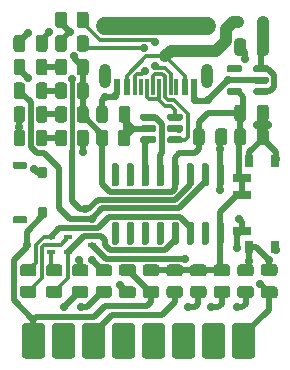
<source format=gbr>
G04 #@! TF.GenerationSoftware,KiCad,Pcbnew,6.0.7+dfsg-1~bpo11+1*
G04 #@! TF.ProjectId,project,70726f6a-6563-4742-9e6b-696361645f70,rev?*
G04 #@! TF.SameCoordinates,Original*
G04 #@! TF.FileFunction,Copper,L1,Top*
G04 #@! TF.FilePolarity,Positive*
%FSLAX46Y46*%
G04 Gerber Fmt 4.6, Leading zero omitted, Abs format (unit mm)*
%MOMM*%
%LPD*%
G01*
G04 APERTURE LIST*
G04 #@! TA.AperFunction,SMDPad,CuDef*
%ADD10R,0.600000X0.450000*%
G04 #@! TD*
G04 #@! TA.AperFunction,SMDPad,CuDef*
%ADD11R,1.500000X0.700000*%
G04 #@! TD*
G04 #@! TA.AperFunction,SMDPad,CuDef*
%ADD12R,0.800000X1.000000*%
G04 #@! TD*
G04 #@! TA.AperFunction,SMDPad,CuDef*
%ADD13R,0.600000X1.450000*%
G04 #@! TD*
G04 #@! TA.AperFunction,SMDPad,CuDef*
%ADD14R,0.300000X1.450000*%
G04 #@! TD*
G04 #@! TA.AperFunction,ComponentPad*
%ADD15O,1.000000X2.100000*%
G04 #@! TD*
G04 #@! TA.AperFunction,ComponentPad*
%ADD16O,1.000000X1.600000*%
G04 #@! TD*
G04 #@! TA.AperFunction,SMDPad,CuDef*
%ADD17R,0.700000X0.450000*%
G04 #@! TD*
G04 #@! TA.AperFunction,ViaPad*
%ADD18C,0.700000*%
G04 #@! TD*
G04 #@! TA.AperFunction,Conductor*
%ADD19C,0.500000*%
G04 #@! TD*
G04 #@! TA.AperFunction,Conductor*
%ADD20C,1.000000*%
G04 #@! TD*
G04 #@! TA.AperFunction,Conductor*
%ADD21C,0.300000*%
G04 #@! TD*
G04 #@! TA.AperFunction,Conductor*
%ADD22C,0.400000*%
G04 #@! TD*
G04 #@! TA.AperFunction,Conductor*
%ADD23C,1.500000*%
G04 #@! TD*
G04 APERTURE END LIST*
G04 #@! TA.AperFunction,SMDPad,CuDef*
G36*
G01*
X112550000Y-120925000D02*
X111650000Y-120925000D01*
G75*
G02*
X111400000Y-120675000I0J250000D01*
G01*
X111400000Y-120150000D01*
G75*
G02*
X111650000Y-119900000I250000J0D01*
G01*
X112550000Y-119900000D01*
G75*
G02*
X112800000Y-120150000I0J-250000D01*
G01*
X112800000Y-120675000D01*
G75*
G02*
X112550000Y-120925000I-250000J0D01*
G01*
G37*
G04 #@! TD.AperFunction*
G04 #@! TA.AperFunction,SMDPad,CuDef*
G36*
G01*
X112550000Y-119100000D02*
X111650000Y-119100000D01*
G75*
G02*
X111400000Y-118850000I0J250000D01*
G01*
X111400000Y-118325000D01*
G75*
G02*
X111650000Y-118075000I250000J0D01*
G01*
X112550000Y-118075000D01*
G75*
G02*
X112800000Y-118325000I0J-250000D01*
G01*
X112800000Y-118850000D01*
G75*
G02*
X112550000Y-119100000I-250000J0D01*
G01*
G37*
G04 #@! TD.AperFunction*
G04 #@! TA.AperFunction,SMDPad,CuDef*
G36*
G01*
X110325000Y-106925000D02*
X110325000Y-107825000D01*
G75*
G02*
X110075000Y-108075000I-250000J0D01*
G01*
X109550000Y-108075000D01*
G75*
G02*
X109300000Y-107825000I0J250000D01*
G01*
X109300000Y-106925000D01*
G75*
G02*
X109550000Y-106675000I250000J0D01*
G01*
X110075000Y-106675000D01*
G75*
G02*
X110325000Y-106925000I0J-250000D01*
G01*
G37*
G04 #@! TD.AperFunction*
G04 #@! TA.AperFunction,SMDPad,CuDef*
G36*
G01*
X108500000Y-106925000D02*
X108500000Y-107825000D01*
G75*
G02*
X108250000Y-108075000I-250000J0D01*
G01*
X107725000Y-108075000D01*
G75*
G02*
X107475000Y-107825000I0J250000D01*
G01*
X107475000Y-106925000D01*
G75*
G02*
X107725000Y-106675000I250000J0D01*
G01*
X108250000Y-106675000D01*
G75*
G02*
X108500000Y-106925000I0J-250000D01*
G01*
G37*
G04 #@! TD.AperFunction*
G04 #@! TA.AperFunction,SMDPad,CuDef*
G36*
G01*
X109625000Y-118050000D02*
X110575000Y-118050000D01*
G75*
G02*
X110825000Y-118300000I0J-250000D01*
G01*
X110825000Y-118800000D01*
G75*
G02*
X110575000Y-119050000I-250000J0D01*
G01*
X109625000Y-119050000D01*
G75*
G02*
X109375000Y-118800000I0J250000D01*
G01*
X109375000Y-118300000D01*
G75*
G02*
X109625000Y-118050000I250000J0D01*
G01*
G37*
G04 #@! TD.AperFunction*
G04 #@! TA.AperFunction,SMDPad,CuDef*
G36*
G01*
X109625000Y-119950000D02*
X110575000Y-119950000D01*
G75*
G02*
X110825000Y-120200000I0J-250000D01*
G01*
X110825000Y-120700000D01*
G75*
G02*
X110575000Y-120950000I-250000J0D01*
G01*
X109625000Y-120950000D01*
G75*
G02*
X109375000Y-120700000I0J250000D01*
G01*
X109375000Y-120200000D01*
G75*
G02*
X109625000Y-119950000I250000J0D01*
G01*
G37*
G04 #@! TD.AperFunction*
G04 #@! TA.AperFunction,SMDPad,CuDef*
G36*
G01*
X103450000Y-118075000D02*
X104350000Y-118075000D01*
G75*
G02*
X104600000Y-118325000I0J-250000D01*
G01*
X104600000Y-118850000D01*
G75*
G02*
X104350000Y-119100000I-250000J0D01*
G01*
X103450000Y-119100000D01*
G75*
G02*
X103200000Y-118850000I0J250000D01*
G01*
X103200000Y-118325000D01*
G75*
G02*
X103450000Y-118075000I250000J0D01*
G01*
G37*
G04 #@! TD.AperFunction*
G04 #@! TA.AperFunction,SMDPad,CuDef*
G36*
G01*
X103450000Y-119900000D02*
X104350000Y-119900000D01*
G75*
G02*
X104600000Y-120150000I0J-250000D01*
G01*
X104600000Y-120675000D01*
G75*
G02*
X104350000Y-120925000I-250000J0D01*
G01*
X103450000Y-120925000D01*
G75*
G02*
X103200000Y-120675000I0J250000D01*
G01*
X103200000Y-120150000D01*
G75*
G02*
X103450000Y-119900000I250000J0D01*
G01*
G37*
G04 #@! TD.AperFunction*
G04 #@! TA.AperFunction,SMDPad,CuDef*
G36*
G01*
X103350000Y-98900000D02*
X103350000Y-99850000D01*
G75*
G02*
X103100000Y-100100000I-250000J0D01*
G01*
X102600000Y-100100000D01*
G75*
G02*
X102350000Y-99850000I0J250000D01*
G01*
X102350000Y-98900000D01*
G75*
G02*
X102600000Y-98650000I250000J0D01*
G01*
X103100000Y-98650000D01*
G75*
G02*
X103350000Y-98900000I0J-250000D01*
G01*
G37*
G04 #@! TD.AperFunction*
G04 #@! TA.AperFunction,SMDPad,CuDef*
G36*
G01*
X101450000Y-98900000D02*
X101450000Y-99850000D01*
G75*
G02*
X101200000Y-100100000I-250000J0D01*
G01*
X100700000Y-100100000D01*
G75*
G02*
X100450000Y-99850000I0J250000D01*
G01*
X100450000Y-98900000D01*
G75*
G02*
X100700000Y-98650000I250000J0D01*
G01*
X101200000Y-98650000D01*
G75*
G02*
X101450000Y-98900000I0J-250000D01*
G01*
G37*
G04 #@! TD.AperFunction*
G04 #@! TA.AperFunction,SMDPad,CuDef*
G36*
G01*
X100475000Y-101831250D02*
X100475000Y-100918750D01*
G75*
G02*
X100718750Y-100675000I243750J0D01*
G01*
X101206250Y-100675000D01*
G75*
G02*
X101450000Y-100918750I0J-243750D01*
G01*
X101450000Y-101831250D01*
G75*
G02*
X101206250Y-102075000I-243750J0D01*
G01*
X100718750Y-102075000D01*
G75*
G02*
X100475000Y-101831250I0J243750D01*
G01*
G37*
G04 #@! TD.AperFunction*
G04 #@! TA.AperFunction,SMDPad,CuDef*
G36*
G01*
X102350000Y-101831250D02*
X102350000Y-100918750D01*
G75*
G02*
X102593750Y-100675000I243750J0D01*
G01*
X103081250Y-100675000D01*
G75*
G02*
X103325000Y-100918750I0J-243750D01*
G01*
X103325000Y-101831250D01*
G75*
G02*
X103081250Y-102075000I-243750J0D01*
G01*
X102593750Y-102075000D01*
G75*
G02*
X102350000Y-101831250I0J243750D01*
G01*
G37*
G04 #@! TD.AperFunction*
G04 #@! TA.AperFunction,SMDPad,CuDef*
G36*
G01*
X100475000Y-103831250D02*
X100475000Y-102918750D01*
G75*
G02*
X100718750Y-102675000I243750J0D01*
G01*
X101206250Y-102675000D01*
G75*
G02*
X101450000Y-102918750I0J-243750D01*
G01*
X101450000Y-103831250D01*
G75*
G02*
X101206250Y-104075000I-243750J0D01*
G01*
X100718750Y-104075000D01*
G75*
G02*
X100475000Y-103831250I0J243750D01*
G01*
G37*
G04 #@! TD.AperFunction*
G04 #@! TA.AperFunction,SMDPad,CuDef*
G36*
G01*
X102350000Y-103831250D02*
X102350000Y-102918750D01*
G75*
G02*
X102593750Y-102675000I243750J0D01*
G01*
X103081250Y-102675000D01*
G75*
G02*
X103325000Y-102918750I0J-243750D01*
G01*
X103325000Y-103831250D01*
G75*
G02*
X103081250Y-104075000I-243750J0D01*
G01*
X102593750Y-104075000D01*
G75*
G02*
X102350000Y-103831250I0J243750D01*
G01*
G37*
G04 #@! TD.AperFunction*
G04 #@! TA.AperFunction,SMDPad,CuDef*
G36*
G01*
X119150000Y-107750000D02*
X119150000Y-106800000D01*
G75*
G02*
X119400000Y-106550000I250000J0D01*
G01*
X119900000Y-106550000D01*
G75*
G02*
X120150000Y-106800000I0J-250000D01*
G01*
X120150000Y-107750000D01*
G75*
G02*
X119900000Y-108000000I-250000J0D01*
G01*
X119400000Y-108000000D01*
G75*
G02*
X119150000Y-107750000I0J250000D01*
G01*
G37*
G04 #@! TD.AperFunction*
G04 #@! TA.AperFunction,SMDPad,CuDef*
G36*
G01*
X121050000Y-107750000D02*
X121050000Y-106800000D01*
G75*
G02*
X121300000Y-106550000I250000J0D01*
G01*
X121800000Y-106550000D01*
G75*
G02*
X122050000Y-106800000I0J-250000D01*
G01*
X122050000Y-107750000D01*
G75*
G02*
X121800000Y-108000000I-250000J0D01*
G01*
X121300000Y-108000000D01*
G75*
G02*
X121050000Y-107750000I0J250000D01*
G01*
G37*
G04 #@! TD.AperFunction*
G04 #@! TA.AperFunction,SMDPad,CuDef*
G36*
G01*
X118550000Y-120925000D02*
X117650000Y-120925000D01*
G75*
G02*
X117400000Y-120675000I0J250000D01*
G01*
X117400000Y-120150000D01*
G75*
G02*
X117650000Y-119900000I250000J0D01*
G01*
X118550000Y-119900000D01*
G75*
G02*
X118800000Y-120150000I0J-250000D01*
G01*
X118800000Y-120675000D01*
G75*
G02*
X118550000Y-120925000I-250000J0D01*
G01*
G37*
G04 #@! TD.AperFunction*
G04 #@! TA.AperFunction,SMDPad,CuDef*
G36*
G01*
X118550000Y-119100000D02*
X117650000Y-119100000D01*
G75*
G02*
X117400000Y-118850000I0J250000D01*
G01*
X117400000Y-118325000D01*
G75*
G02*
X117650000Y-118075000I250000J0D01*
G01*
X118550000Y-118075000D01*
G75*
G02*
X118800000Y-118325000I0J-250000D01*
G01*
X118800000Y-118850000D01*
G75*
G02*
X118550000Y-119100000I-250000J0D01*
G01*
G37*
G04 #@! TD.AperFunction*
G04 #@! TA.AperFunction,SMDPad,CuDef*
G36*
G01*
X117795000Y-109525000D02*
X118095000Y-109525000D01*
G75*
G02*
X118245000Y-109675000I0J-150000D01*
G01*
X118245000Y-111325000D01*
G75*
G02*
X118095000Y-111475000I-150000J0D01*
G01*
X117795000Y-111475000D01*
G75*
G02*
X117645000Y-111325000I0J150000D01*
G01*
X117645000Y-109675000D01*
G75*
G02*
X117795000Y-109525000I150000J0D01*
G01*
G37*
G04 #@! TD.AperFunction*
G04 #@! TA.AperFunction,SMDPad,CuDef*
G36*
G01*
X116525000Y-109525000D02*
X116825000Y-109525000D01*
G75*
G02*
X116975000Y-109675000I0J-150000D01*
G01*
X116975000Y-111325000D01*
G75*
G02*
X116825000Y-111475000I-150000J0D01*
G01*
X116525000Y-111475000D01*
G75*
G02*
X116375000Y-111325000I0J150000D01*
G01*
X116375000Y-109675000D01*
G75*
G02*
X116525000Y-109525000I150000J0D01*
G01*
G37*
G04 #@! TD.AperFunction*
G04 #@! TA.AperFunction,SMDPad,CuDef*
G36*
G01*
X115255000Y-109525000D02*
X115555000Y-109525000D01*
G75*
G02*
X115705000Y-109675000I0J-150000D01*
G01*
X115705000Y-111325000D01*
G75*
G02*
X115555000Y-111475000I-150000J0D01*
G01*
X115255000Y-111475000D01*
G75*
G02*
X115105000Y-111325000I0J150000D01*
G01*
X115105000Y-109675000D01*
G75*
G02*
X115255000Y-109525000I150000J0D01*
G01*
G37*
G04 #@! TD.AperFunction*
G04 #@! TA.AperFunction,SMDPad,CuDef*
G36*
G01*
X113985000Y-109525000D02*
X114285000Y-109525000D01*
G75*
G02*
X114435000Y-109675000I0J-150000D01*
G01*
X114435000Y-111325000D01*
G75*
G02*
X114285000Y-111475000I-150000J0D01*
G01*
X113985000Y-111475000D01*
G75*
G02*
X113835000Y-111325000I0J150000D01*
G01*
X113835000Y-109675000D01*
G75*
G02*
X113985000Y-109525000I150000J0D01*
G01*
G37*
G04 #@! TD.AperFunction*
G04 #@! TA.AperFunction,SMDPad,CuDef*
G36*
G01*
X112715000Y-109525000D02*
X113015000Y-109525000D01*
G75*
G02*
X113165000Y-109675000I0J-150000D01*
G01*
X113165000Y-111325000D01*
G75*
G02*
X113015000Y-111475000I-150000J0D01*
G01*
X112715000Y-111475000D01*
G75*
G02*
X112565000Y-111325000I0J150000D01*
G01*
X112565000Y-109675000D01*
G75*
G02*
X112715000Y-109525000I150000J0D01*
G01*
G37*
G04 #@! TD.AperFunction*
G04 #@! TA.AperFunction,SMDPad,CuDef*
G36*
G01*
X111445000Y-109525000D02*
X111745000Y-109525000D01*
G75*
G02*
X111895000Y-109675000I0J-150000D01*
G01*
X111895000Y-111325000D01*
G75*
G02*
X111745000Y-111475000I-150000J0D01*
G01*
X111445000Y-111475000D01*
G75*
G02*
X111295000Y-111325000I0J150000D01*
G01*
X111295000Y-109675000D01*
G75*
G02*
X111445000Y-109525000I150000J0D01*
G01*
G37*
G04 #@! TD.AperFunction*
G04 #@! TA.AperFunction,SMDPad,CuDef*
G36*
G01*
X110175000Y-109525000D02*
X110475000Y-109525000D01*
G75*
G02*
X110625000Y-109675000I0J-150000D01*
G01*
X110625000Y-111325000D01*
G75*
G02*
X110475000Y-111475000I-150000J0D01*
G01*
X110175000Y-111475000D01*
G75*
G02*
X110025000Y-111325000I0J150000D01*
G01*
X110025000Y-109675000D01*
G75*
G02*
X110175000Y-109525000I150000J0D01*
G01*
G37*
G04 #@! TD.AperFunction*
G04 #@! TA.AperFunction,SMDPad,CuDef*
G36*
G01*
X108905000Y-109525000D02*
X109205000Y-109525000D01*
G75*
G02*
X109355000Y-109675000I0J-150000D01*
G01*
X109355000Y-111325000D01*
G75*
G02*
X109205000Y-111475000I-150000J0D01*
G01*
X108905000Y-111475000D01*
G75*
G02*
X108755000Y-111325000I0J150000D01*
G01*
X108755000Y-109675000D01*
G75*
G02*
X108905000Y-109525000I150000J0D01*
G01*
G37*
G04 #@! TD.AperFunction*
G04 #@! TA.AperFunction,SMDPad,CuDef*
G36*
G01*
X108905000Y-114475000D02*
X109205000Y-114475000D01*
G75*
G02*
X109355000Y-114625000I0J-150000D01*
G01*
X109355000Y-116275000D01*
G75*
G02*
X109205000Y-116425000I-150000J0D01*
G01*
X108905000Y-116425000D01*
G75*
G02*
X108755000Y-116275000I0J150000D01*
G01*
X108755000Y-114625000D01*
G75*
G02*
X108905000Y-114475000I150000J0D01*
G01*
G37*
G04 #@! TD.AperFunction*
G04 #@! TA.AperFunction,SMDPad,CuDef*
G36*
G01*
X110175000Y-114475000D02*
X110475000Y-114475000D01*
G75*
G02*
X110625000Y-114625000I0J-150000D01*
G01*
X110625000Y-116275000D01*
G75*
G02*
X110475000Y-116425000I-150000J0D01*
G01*
X110175000Y-116425000D01*
G75*
G02*
X110025000Y-116275000I0J150000D01*
G01*
X110025000Y-114625000D01*
G75*
G02*
X110175000Y-114475000I150000J0D01*
G01*
G37*
G04 #@! TD.AperFunction*
G04 #@! TA.AperFunction,SMDPad,CuDef*
G36*
G01*
X111445000Y-114475000D02*
X111745000Y-114475000D01*
G75*
G02*
X111895000Y-114625000I0J-150000D01*
G01*
X111895000Y-116275000D01*
G75*
G02*
X111745000Y-116425000I-150000J0D01*
G01*
X111445000Y-116425000D01*
G75*
G02*
X111295000Y-116275000I0J150000D01*
G01*
X111295000Y-114625000D01*
G75*
G02*
X111445000Y-114475000I150000J0D01*
G01*
G37*
G04 #@! TD.AperFunction*
G04 #@! TA.AperFunction,SMDPad,CuDef*
G36*
G01*
X112715000Y-114475000D02*
X113015000Y-114475000D01*
G75*
G02*
X113165000Y-114625000I0J-150000D01*
G01*
X113165000Y-116275000D01*
G75*
G02*
X113015000Y-116425000I-150000J0D01*
G01*
X112715000Y-116425000D01*
G75*
G02*
X112565000Y-116275000I0J150000D01*
G01*
X112565000Y-114625000D01*
G75*
G02*
X112715000Y-114475000I150000J0D01*
G01*
G37*
G04 #@! TD.AperFunction*
G04 #@! TA.AperFunction,SMDPad,CuDef*
G36*
G01*
X113985000Y-114475000D02*
X114285000Y-114475000D01*
G75*
G02*
X114435000Y-114625000I0J-150000D01*
G01*
X114435000Y-116275000D01*
G75*
G02*
X114285000Y-116425000I-150000J0D01*
G01*
X113985000Y-116425000D01*
G75*
G02*
X113835000Y-116275000I0J150000D01*
G01*
X113835000Y-114625000D01*
G75*
G02*
X113985000Y-114475000I150000J0D01*
G01*
G37*
G04 #@! TD.AperFunction*
G04 #@! TA.AperFunction,SMDPad,CuDef*
G36*
G01*
X115255000Y-114475000D02*
X115555000Y-114475000D01*
G75*
G02*
X115705000Y-114625000I0J-150000D01*
G01*
X115705000Y-116275000D01*
G75*
G02*
X115555000Y-116425000I-150000J0D01*
G01*
X115255000Y-116425000D01*
G75*
G02*
X115105000Y-116275000I0J150000D01*
G01*
X115105000Y-114625000D01*
G75*
G02*
X115255000Y-114475000I150000J0D01*
G01*
G37*
G04 #@! TD.AperFunction*
G04 #@! TA.AperFunction,SMDPad,CuDef*
G36*
G01*
X116525000Y-114475000D02*
X116825000Y-114475000D01*
G75*
G02*
X116975000Y-114625000I0J-150000D01*
G01*
X116975000Y-116275000D01*
G75*
G02*
X116825000Y-116425000I-150000J0D01*
G01*
X116525000Y-116425000D01*
G75*
G02*
X116375000Y-116275000I0J150000D01*
G01*
X116375000Y-114625000D01*
G75*
G02*
X116525000Y-114475000I150000J0D01*
G01*
G37*
G04 #@! TD.AperFunction*
G04 #@! TA.AperFunction,SMDPad,CuDef*
G36*
G01*
X117795000Y-114475000D02*
X118095000Y-114475000D01*
G75*
G02*
X118245000Y-114625000I0J-150000D01*
G01*
X118245000Y-116275000D01*
G75*
G02*
X118095000Y-116425000I-150000J0D01*
G01*
X117795000Y-116425000D01*
G75*
G02*
X117645000Y-116275000I0J150000D01*
G01*
X117645000Y-114625000D01*
G75*
G02*
X117795000Y-114475000I150000J0D01*
G01*
G37*
G04 #@! TD.AperFunction*
G04 #@! TA.AperFunction,SMDPad,CuDef*
G36*
G01*
X115650000Y-107750000D02*
X115650000Y-106800000D01*
G75*
G02*
X115900000Y-106550000I250000J0D01*
G01*
X116400000Y-106550000D01*
G75*
G02*
X116650000Y-106800000I0J-250000D01*
G01*
X116650000Y-107750000D01*
G75*
G02*
X116400000Y-108000000I-250000J0D01*
G01*
X115900000Y-108000000D01*
G75*
G02*
X115650000Y-107750000I0J250000D01*
G01*
G37*
G04 #@! TD.AperFunction*
G04 #@! TA.AperFunction,SMDPad,CuDef*
G36*
G01*
X117550000Y-107750000D02*
X117550000Y-106800000D01*
G75*
G02*
X117800000Y-106550000I250000J0D01*
G01*
X118300000Y-106550000D01*
G75*
G02*
X118550000Y-106800000I0J-250000D01*
G01*
X118550000Y-107750000D01*
G75*
G02*
X118300000Y-108000000I-250000J0D01*
G01*
X117800000Y-108000000D01*
G75*
G02*
X117550000Y-107750000I0J250000D01*
G01*
G37*
G04 #@! TD.AperFunction*
G04 #@! TA.AperFunction,SMDPad,CuDef*
G36*
G01*
X103975000Y-99825000D02*
X103975000Y-98925000D01*
G75*
G02*
X104225000Y-98675000I250000J0D01*
G01*
X104750000Y-98675000D01*
G75*
G02*
X105000000Y-98925000I0J-250000D01*
G01*
X105000000Y-99825000D01*
G75*
G02*
X104750000Y-100075000I-250000J0D01*
G01*
X104225000Y-100075000D01*
G75*
G02*
X103975000Y-99825000I0J250000D01*
G01*
G37*
G04 #@! TD.AperFunction*
G04 #@! TA.AperFunction,SMDPad,CuDef*
G36*
G01*
X105800000Y-99825000D02*
X105800000Y-98925000D01*
G75*
G02*
X106050000Y-98675000I250000J0D01*
G01*
X106575000Y-98675000D01*
G75*
G02*
X106825000Y-98925000I0J-250000D01*
G01*
X106825000Y-99825000D01*
G75*
G02*
X106575000Y-100075000I-250000J0D01*
G01*
X106050000Y-100075000D01*
G75*
G02*
X105800000Y-99825000I0J250000D01*
G01*
G37*
G04 #@! TD.AperFunction*
D10*
X121550000Y-97575000D03*
X119450000Y-97575000D03*
G04 #@! TA.AperFunction,SMDPad,CuDef*
G36*
G01*
X103975000Y-103825000D02*
X103975000Y-102925000D01*
G75*
G02*
X104225000Y-102675000I250000J0D01*
G01*
X104750000Y-102675000D01*
G75*
G02*
X105000000Y-102925000I0J-250000D01*
G01*
X105000000Y-103825000D01*
G75*
G02*
X104750000Y-104075000I-250000J0D01*
G01*
X104225000Y-104075000D01*
G75*
G02*
X103975000Y-103825000I0J250000D01*
G01*
G37*
G04 #@! TD.AperFunction*
G04 #@! TA.AperFunction,SMDPad,CuDef*
G36*
G01*
X105800000Y-103825000D02*
X105800000Y-102925000D01*
G75*
G02*
X106050000Y-102675000I250000J0D01*
G01*
X106575000Y-102675000D01*
G75*
G02*
X106825000Y-102925000I0J-250000D01*
G01*
X106825000Y-103825000D01*
G75*
G02*
X106575000Y-104075000I-250000J0D01*
G01*
X106050000Y-104075000D01*
G75*
G02*
X105800000Y-103825000I0J250000D01*
G01*
G37*
G04 #@! TD.AperFunction*
G04 #@! TA.AperFunction,SMDPad,CuDef*
G36*
G01*
X103975000Y-97825000D02*
X103975000Y-96925000D01*
G75*
G02*
X104225000Y-96675000I250000J0D01*
G01*
X104750000Y-96675000D01*
G75*
G02*
X105000000Y-96925000I0J-250000D01*
G01*
X105000000Y-97825000D01*
G75*
G02*
X104750000Y-98075000I-250000J0D01*
G01*
X104225000Y-98075000D01*
G75*
G02*
X103975000Y-97825000I0J250000D01*
G01*
G37*
G04 #@! TD.AperFunction*
G04 #@! TA.AperFunction,SMDPad,CuDef*
G36*
G01*
X105800000Y-97825000D02*
X105800000Y-96925000D01*
G75*
G02*
X106050000Y-96675000I250000J0D01*
G01*
X106575000Y-96675000D01*
G75*
G02*
X106825000Y-96925000I0J-250000D01*
G01*
X106825000Y-97825000D01*
G75*
G02*
X106575000Y-98075000I-250000J0D01*
G01*
X106050000Y-98075000D01*
G75*
G02*
X105800000Y-97825000I0J250000D01*
G01*
G37*
G04 #@! TD.AperFunction*
G04 #@! TA.AperFunction,SMDPad,CuDef*
G36*
G01*
X122100000Y-103275000D02*
X122100000Y-103575000D01*
G75*
G02*
X121950000Y-103725000I-150000J0D01*
G01*
X120925000Y-103725000D01*
G75*
G02*
X120775000Y-103575000I0J150000D01*
G01*
X120775000Y-103275000D01*
G75*
G02*
X120925000Y-103125000I150000J0D01*
G01*
X121950000Y-103125000D01*
G75*
G02*
X122100000Y-103275000I0J-150000D01*
G01*
G37*
G04 #@! TD.AperFunction*
G04 #@! TA.AperFunction,SMDPad,CuDef*
G36*
G01*
X122100000Y-102325000D02*
X122100000Y-102625000D01*
G75*
G02*
X121950000Y-102775000I-150000J0D01*
G01*
X120925000Y-102775000D01*
G75*
G02*
X120775000Y-102625000I0J150000D01*
G01*
X120775000Y-102325000D01*
G75*
G02*
X120925000Y-102175000I150000J0D01*
G01*
X121950000Y-102175000D01*
G75*
G02*
X122100000Y-102325000I0J-150000D01*
G01*
G37*
G04 #@! TD.AperFunction*
G04 #@! TA.AperFunction,SMDPad,CuDef*
G36*
G01*
X122100000Y-101375000D02*
X122100000Y-101675000D01*
G75*
G02*
X121950000Y-101825000I-150000J0D01*
G01*
X120925000Y-101825000D01*
G75*
G02*
X120775000Y-101675000I0J150000D01*
G01*
X120775000Y-101375000D01*
G75*
G02*
X120925000Y-101225000I150000J0D01*
G01*
X121950000Y-101225000D01*
G75*
G02*
X122100000Y-101375000I0J-150000D01*
G01*
G37*
G04 #@! TD.AperFunction*
G04 #@! TA.AperFunction,SMDPad,CuDef*
G36*
G01*
X119825000Y-101375000D02*
X119825000Y-101675000D01*
G75*
G02*
X119675000Y-101825000I-150000J0D01*
G01*
X118650000Y-101825000D01*
G75*
G02*
X118500000Y-101675000I0J150000D01*
G01*
X118500000Y-101375000D01*
G75*
G02*
X118650000Y-101225000I150000J0D01*
G01*
X119675000Y-101225000D01*
G75*
G02*
X119825000Y-101375000I0J-150000D01*
G01*
G37*
G04 #@! TD.AperFunction*
G04 #@! TA.AperFunction,SMDPad,CuDef*
G36*
G01*
X119825000Y-103275000D02*
X119825000Y-103575000D01*
G75*
G02*
X119675000Y-103725000I-150000J0D01*
G01*
X118650000Y-103725000D01*
G75*
G02*
X118500000Y-103575000I0J150000D01*
G01*
X118500000Y-103275000D01*
G75*
G02*
X118650000Y-103125000I150000J0D01*
G01*
X119675000Y-103125000D01*
G75*
G02*
X119825000Y-103275000I0J-150000D01*
G01*
G37*
G04 #@! TD.AperFunction*
G04 #@! TA.AperFunction,SMDPad,CuDef*
G36*
G01*
X103975000Y-107825000D02*
X103975000Y-106925000D01*
G75*
G02*
X104225000Y-106675000I250000J0D01*
G01*
X104750000Y-106675000D01*
G75*
G02*
X105000000Y-106925000I0J-250000D01*
G01*
X105000000Y-107825000D01*
G75*
G02*
X104750000Y-108075000I-250000J0D01*
G01*
X104225000Y-108075000D01*
G75*
G02*
X103975000Y-107825000I0J250000D01*
G01*
G37*
G04 #@! TD.AperFunction*
G04 #@! TA.AperFunction,SMDPad,CuDef*
G36*
G01*
X105800000Y-107825000D02*
X105800000Y-106925000D01*
G75*
G02*
X106050000Y-106675000I250000J0D01*
G01*
X106575000Y-106675000D01*
G75*
G02*
X106825000Y-106925000I0J-250000D01*
G01*
X106825000Y-107825000D01*
G75*
G02*
X106575000Y-108075000I-250000J0D01*
G01*
X106050000Y-108075000D01*
G75*
G02*
X105800000Y-107825000I0J250000D01*
G01*
G37*
G04 #@! TD.AperFunction*
G04 #@! TA.AperFunction,SMDPad,CuDef*
G36*
G01*
X114800000Y-107375000D02*
X114800000Y-107675000D01*
G75*
G02*
X114650000Y-107825000I-150000J0D01*
G01*
X113625000Y-107825000D01*
G75*
G02*
X113475000Y-107675000I0J150000D01*
G01*
X113475000Y-107375000D01*
G75*
G02*
X113625000Y-107225000I150000J0D01*
G01*
X114650000Y-107225000D01*
G75*
G02*
X114800000Y-107375000I0J-150000D01*
G01*
G37*
G04 #@! TD.AperFunction*
G04 #@! TA.AperFunction,SMDPad,CuDef*
G36*
G01*
X114800000Y-106425000D02*
X114800000Y-106725000D01*
G75*
G02*
X114650000Y-106875000I-150000J0D01*
G01*
X113625000Y-106875000D01*
G75*
G02*
X113475000Y-106725000I0J150000D01*
G01*
X113475000Y-106425000D01*
G75*
G02*
X113625000Y-106275000I150000J0D01*
G01*
X114650000Y-106275000D01*
G75*
G02*
X114800000Y-106425000I0J-150000D01*
G01*
G37*
G04 #@! TD.AperFunction*
G04 #@! TA.AperFunction,SMDPad,CuDef*
G36*
G01*
X114800000Y-105475000D02*
X114800000Y-105775000D01*
G75*
G02*
X114650000Y-105925000I-150000J0D01*
G01*
X113625000Y-105925000D01*
G75*
G02*
X113475000Y-105775000I0J150000D01*
G01*
X113475000Y-105475000D01*
G75*
G02*
X113625000Y-105325000I150000J0D01*
G01*
X114650000Y-105325000D01*
G75*
G02*
X114800000Y-105475000I0J-150000D01*
G01*
G37*
G04 #@! TD.AperFunction*
G04 #@! TA.AperFunction,SMDPad,CuDef*
G36*
G01*
X112525000Y-105475000D02*
X112525000Y-105775000D01*
G75*
G02*
X112375000Y-105925000I-150000J0D01*
G01*
X111350000Y-105925000D01*
G75*
G02*
X111200000Y-105775000I0J150000D01*
G01*
X111200000Y-105475000D01*
G75*
G02*
X111350000Y-105325000I150000J0D01*
G01*
X112375000Y-105325000D01*
G75*
G02*
X112525000Y-105475000I0J-150000D01*
G01*
G37*
G04 #@! TD.AperFunction*
G04 #@! TA.AperFunction,SMDPad,CuDef*
G36*
G01*
X112525000Y-106425000D02*
X112525000Y-106725000D01*
G75*
G02*
X112375000Y-106875000I-150000J0D01*
G01*
X111350000Y-106875000D01*
G75*
G02*
X111200000Y-106725000I0J150000D01*
G01*
X111200000Y-106425000D01*
G75*
G02*
X111350000Y-106275000I150000J0D01*
G01*
X112375000Y-106275000D01*
G75*
G02*
X112525000Y-106425000I0J-150000D01*
G01*
G37*
G04 #@! TD.AperFunction*
G04 #@! TA.AperFunction,SMDPad,CuDef*
G36*
G01*
X112525000Y-107375000D02*
X112525000Y-107675000D01*
G75*
G02*
X112375000Y-107825000I-150000J0D01*
G01*
X111350000Y-107825000D01*
G75*
G02*
X111200000Y-107675000I0J150000D01*
G01*
X111200000Y-107375000D01*
G75*
G02*
X111350000Y-107225000I150000J0D01*
G01*
X112375000Y-107225000D01*
G75*
G02*
X112525000Y-107375000I0J-150000D01*
G01*
G37*
G04 #@! TD.AperFunction*
D11*
X119770000Y-115225000D03*
X119770000Y-112225000D03*
X119770000Y-110725000D03*
D12*
X120420000Y-116625000D03*
X120420000Y-109325000D03*
X122630000Y-116625000D03*
X122630000Y-109325000D03*
G04 #@! TA.AperFunction,SMDPad,CuDef*
G36*
G01*
X100475000Y-107831250D02*
X100475000Y-106918750D01*
G75*
G02*
X100718750Y-106675000I243750J0D01*
G01*
X101206250Y-106675000D01*
G75*
G02*
X101450000Y-106918750I0J-243750D01*
G01*
X101450000Y-107831250D01*
G75*
G02*
X101206250Y-108075000I-243750J0D01*
G01*
X100718750Y-108075000D01*
G75*
G02*
X100475000Y-107831250I0J243750D01*
G01*
G37*
G04 #@! TD.AperFunction*
G04 #@! TA.AperFunction,SMDPad,CuDef*
G36*
G01*
X102350000Y-107831250D02*
X102350000Y-106918750D01*
G75*
G02*
X102593750Y-106675000I243750J0D01*
G01*
X103081250Y-106675000D01*
G75*
G02*
X103325000Y-106918750I0J-243750D01*
G01*
X103325000Y-107831250D01*
G75*
G02*
X103081250Y-108075000I-243750J0D01*
G01*
X102593750Y-108075000D01*
G75*
G02*
X102350000Y-107831250I0J243750D01*
G01*
G37*
G04 #@! TD.AperFunction*
G04 #@! TA.AperFunction,SMDPad,CuDef*
G36*
G01*
X110350000Y-104900000D02*
X110350000Y-105850000D01*
G75*
G02*
X110100000Y-106100000I-250000J0D01*
G01*
X109600000Y-106100000D01*
G75*
G02*
X109350000Y-105850000I0J250000D01*
G01*
X109350000Y-104900000D01*
G75*
G02*
X109600000Y-104650000I250000J0D01*
G01*
X110100000Y-104650000D01*
G75*
G02*
X110350000Y-104900000I0J-250000D01*
G01*
G37*
G04 #@! TD.AperFunction*
G04 #@! TA.AperFunction,SMDPad,CuDef*
G36*
G01*
X108450000Y-104900000D02*
X108450000Y-105850000D01*
G75*
G02*
X108200000Y-106100000I-250000J0D01*
G01*
X107700000Y-106100000D01*
G75*
G02*
X107450000Y-105850000I0J250000D01*
G01*
X107450000Y-104900000D01*
G75*
G02*
X107700000Y-104650000I250000J0D01*
G01*
X108200000Y-104650000D01*
G75*
G02*
X108450000Y-104900000I0J-250000D01*
G01*
G37*
G04 #@! TD.AperFunction*
G04 #@! TA.AperFunction,SMDPad,CuDef*
G36*
G01*
X100475000Y-105831250D02*
X100475000Y-104918750D01*
G75*
G02*
X100718750Y-104675000I243750J0D01*
G01*
X101206250Y-104675000D01*
G75*
G02*
X101450000Y-104918750I0J-243750D01*
G01*
X101450000Y-105831250D01*
G75*
G02*
X101206250Y-106075000I-243750J0D01*
G01*
X100718750Y-106075000D01*
G75*
G02*
X100475000Y-105831250I0J243750D01*
G01*
G37*
G04 #@! TD.AperFunction*
G04 #@! TA.AperFunction,SMDPad,CuDef*
G36*
G01*
X102350000Y-105831250D02*
X102350000Y-104918750D01*
G75*
G02*
X102593750Y-104675000I243750J0D01*
G01*
X103081250Y-104675000D01*
G75*
G02*
X103325000Y-104918750I0J-243750D01*
G01*
X103325000Y-105831250D01*
G75*
G02*
X103081250Y-106075000I-243750J0D01*
G01*
X102593750Y-106075000D01*
G75*
G02*
X102350000Y-105831250I0J243750D01*
G01*
G37*
G04 #@! TD.AperFunction*
G04 #@! TA.AperFunction,SMDPad,CuDef*
G36*
G01*
X103975000Y-101825000D02*
X103975000Y-100925000D01*
G75*
G02*
X104225000Y-100675000I250000J0D01*
G01*
X104750000Y-100675000D01*
G75*
G02*
X105000000Y-100925000I0J-250000D01*
G01*
X105000000Y-101825000D01*
G75*
G02*
X104750000Y-102075000I-250000J0D01*
G01*
X104225000Y-102075000D01*
G75*
G02*
X103975000Y-101825000I0J250000D01*
G01*
G37*
G04 #@! TD.AperFunction*
G04 #@! TA.AperFunction,SMDPad,CuDef*
G36*
G01*
X105800000Y-101825000D02*
X105800000Y-100925000D01*
G75*
G02*
X106050000Y-100675000I250000J0D01*
G01*
X106575000Y-100675000D01*
G75*
G02*
X106825000Y-100925000I0J-250000D01*
G01*
X106825000Y-101825000D01*
G75*
G02*
X106575000Y-102075000I-250000J0D01*
G01*
X106050000Y-102075000D01*
G75*
G02*
X105800000Y-101825000I0J250000D01*
G01*
G37*
G04 #@! TD.AperFunction*
D13*
X115750000Y-103020000D03*
X114950000Y-103020000D03*
D14*
X113750000Y-103020000D03*
X112750000Y-103020000D03*
X112250000Y-103020000D03*
X111250000Y-103020000D03*
D13*
X110050000Y-103020000D03*
X109250000Y-103020000D03*
X109250000Y-103020000D03*
X110050000Y-103020000D03*
D14*
X110750000Y-103020000D03*
X111750000Y-103020000D03*
X113250000Y-103020000D03*
X114250000Y-103020000D03*
D13*
X114950000Y-103020000D03*
X115750000Y-103020000D03*
D15*
X116820000Y-102105000D03*
D16*
X108180000Y-97925000D03*
X116820000Y-97925000D03*
D15*
X108180000Y-102105000D03*
G04 #@! TA.AperFunction,SMDPad,CuDef*
G36*
G01*
X101250000Y-118075000D02*
X102150000Y-118075000D01*
G75*
G02*
X102400000Y-118325000I0J-250000D01*
G01*
X102400000Y-118850000D01*
G75*
G02*
X102150000Y-119100000I-250000J0D01*
G01*
X101250000Y-119100000D01*
G75*
G02*
X101000000Y-118850000I0J250000D01*
G01*
X101000000Y-118325000D01*
G75*
G02*
X101250000Y-118075000I250000J0D01*
G01*
G37*
G04 #@! TD.AperFunction*
G04 #@! TA.AperFunction,SMDPad,CuDef*
G36*
G01*
X101250000Y-119900000D02*
X102150000Y-119900000D01*
G75*
G02*
X102400000Y-120150000I0J-250000D01*
G01*
X102400000Y-120675000D01*
G75*
G02*
X102150000Y-120925000I-250000J0D01*
G01*
X101250000Y-120925000D01*
G75*
G02*
X101000000Y-120675000I0J250000D01*
G01*
X101000000Y-120150000D01*
G75*
G02*
X101250000Y-119900000I250000J0D01*
G01*
G37*
G04 #@! TD.AperFunction*
G04 #@! TA.AperFunction,SMDPad,CuDef*
G36*
G01*
X122575000Y-120950000D02*
X121625000Y-120950000D01*
G75*
G02*
X121375000Y-120700000I0J250000D01*
G01*
X121375000Y-120200000D01*
G75*
G02*
X121625000Y-119950000I250000J0D01*
G01*
X122575000Y-119950000D01*
G75*
G02*
X122825000Y-120200000I0J-250000D01*
G01*
X122825000Y-120700000D01*
G75*
G02*
X122575000Y-120950000I-250000J0D01*
G01*
G37*
G04 #@! TD.AperFunction*
G04 #@! TA.AperFunction,SMDPad,CuDef*
G36*
G01*
X122575000Y-119050000D02*
X121625000Y-119050000D01*
G75*
G02*
X121375000Y-118800000I0J250000D01*
G01*
X121375000Y-118300000D01*
G75*
G02*
X121625000Y-118050000I250000J0D01*
G01*
X122575000Y-118050000D01*
G75*
G02*
X122825000Y-118300000I0J-250000D01*
G01*
X122825000Y-118800000D01*
G75*
G02*
X122575000Y-119050000I-250000J0D01*
G01*
G37*
G04 #@! TD.AperFunction*
G04 #@! TA.AperFunction,SMDPad,CuDef*
G36*
G01*
X103200000Y-114150000D02*
X102600000Y-114150000D01*
G75*
G02*
X102500000Y-114050000I0J100000D01*
G01*
X102500000Y-113350000D01*
G75*
G02*
X102600000Y-113250000I100000J0D01*
G01*
X103200000Y-113250000D01*
G75*
G02*
X103300000Y-113350000I0J-100000D01*
G01*
X103300000Y-114050000D01*
G75*
G02*
X103200000Y-114150000I-100000J0D01*
G01*
G37*
G04 #@! TD.AperFunction*
G04 #@! TA.AperFunction,SMDPad,CuDef*
G36*
G01*
X103200000Y-110750000D02*
X102600000Y-110750000D01*
G75*
G02*
X102500000Y-110650000I0J100000D01*
G01*
X102500000Y-109950000D01*
G75*
G02*
X102600000Y-109850000I100000J0D01*
G01*
X103200000Y-109850000D01*
G75*
G02*
X103300000Y-109950000I0J-100000D01*
G01*
X103300000Y-110650000D01*
G75*
G02*
X103200000Y-110750000I-100000J0D01*
G01*
G37*
G04 #@! TD.AperFunction*
G04 #@! TA.AperFunction,SMDPad,CuDef*
G36*
G01*
X101500000Y-110000000D02*
X100500000Y-110000000D01*
G75*
G02*
X100400000Y-109900000I0J100000D01*
G01*
X100400000Y-109500000D01*
G75*
G02*
X100500000Y-109400000I100000J0D01*
G01*
X101500000Y-109400000D01*
G75*
G02*
X101600000Y-109500000I0J-100000D01*
G01*
X101600000Y-109900000D01*
G75*
G02*
X101500000Y-110000000I-100000J0D01*
G01*
G37*
G04 #@! TD.AperFunction*
G04 #@! TA.AperFunction,SMDPad,CuDef*
G36*
G01*
X101500000Y-114600000D02*
X100500000Y-114600000D01*
G75*
G02*
X100400000Y-114500000I0J100000D01*
G01*
X100400000Y-114100000D01*
G75*
G02*
X100500000Y-114000000I100000J0D01*
G01*
X101500000Y-114000000D01*
G75*
G02*
X101600000Y-114100000I0J-100000D01*
G01*
X101600000Y-114500000D01*
G75*
G02*
X101500000Y-114600000I-100000J0D01*
G01*
G37*
G04 #@! TD.AperFunction*
G04 #@! TA.AperFunction,SMDPad,CuDef*
G36*
G01*
X103975000Y-105825000D02*
X103975000Y-104925000D01*
G75*
G02*
X104225000Y-104675000I250000J0D01*
G01*
X104750000Y-104675000D01*
G75*
G02*
X105000000Y-104925000I0J-250000D01*
G01*
X105000000Y-105825000D01*
G75*
G02*
X104750000Y-106075000I-250000J0D01*
G01*
X104225000Y-106075000D01*
G75*
G02*
X103975000Y-105825000I0J250000D01*
G01*
G37*
G04 #@! TD.AperFunction*
G04 #@! TA.AperFunction,SMDPad,CuDef*
G36*
G01*
X105800000Y-105825000D02*
X105800000Y-104925000D01*
G75*
G02*
X106050000Y-104675000I250000J0D01*
G01*
X106575000Y-104675000D01*
G75*
G02*
X106825000Y-104925000I0J-250000D01*
G01*
X106825000Y-105825000D01*
G75*
G02*
X106575000Y-106075000I-250000J0D01*
G01*
X106050000Y-106075000D01*
G75*
G02*
X105800000Y-105825000I0J250000D01*
G01*
G37*
G04 #@! TD.AperFunction*
G04 #@! TA.AperFunction,SMDPad,CuDef*
G36*
G01*
X108550000Y-120925000D02*
X107650000Y-120925000D01*
G75*
G02*
X107400000Y-120675000I0J250000D01*
G01*
X107400000Y-120150000D01*
G75*
G02*
X107650000Y-119900000I250000J0D01*
G01*
X108550000Y-119900000D01*
G75*
G02*
X108800000Y-120150000I0J-250000D01*
G01*
X108800000Y-120675000D01*
G75*
G02*
X108550000Y-120925000I-250000J0D01*
G01*
G37*
G04 #@! TD.AperFunction*
G04 #@! TA.AperFunction,SMDPad,CuDef*
G36*
G01*
X108550000Y-119100000D02*
X107650000Y-119100000D01*
G75*
G02*
X107400000Y-118850000I0J250000D01*
G01*
X107400000Y-118325000D01*
G75*
G02*
X107650000Y-118075000I250000J0D01*
G01*
X108550000Y-118075000D01*
G75*
G02*
X108800000Y-118325000I0J-250000D01*
G01*
X108800000Y-118850000D01*
G75*
G02*
X108550000Y-119100000I-250000J0D01*
G01*
G37*
G04 #@! TD.AperFunction*
G04 #@! TA.AperFunction,SMDPad,CuDef*
G36*
G01*
X119650000Y-118075000D02*
X120550000Y-118075000D01*
G75*
G02*
X120800000Y-118325000I0J-250000D01*
G01*
X120800000Y-118850000D01*
G75*
G02*
X120550000Y-119100000I-250000J0D01*
G01*
X119650000Y-119100000D01*
G75*
G02*
X119400000Y-118850000I0J250000D01*
G01*
X119400000Y-118325000D01*
G75*
G02*
X119650000Y-118075000I250000J0D01*
G01*
G37*
G04 #@! TD.AperFunction*
G04 #@! TA.AperFunction,SMDPad,CuDef*
G36*
G01*
X119650000Y-119900000D02*
X120550000Y-119900000D01*
G75*
G02*
X120800000Y-120150000I0J-250000D01*
G01*
X120800000Y-120675000D01*
G75*
G02*
X120550000Y-120925000I-250000J0D01*
G01*
X119650000Y-120925000D01*
G75*
G02*
X119400000Y-120675000I0J250000D01*
G01*
X119400000Y-120150000D01*
G75*
G02*
X119650000Y-119900000I250000J0D01*
G01*
G37*
G04 #@! TD.AperFunction*
G04 #@! TA.AperFunction,SMDPad,CuDef*
G36*
G01*
X106550000Y-120925000D02*
X105650000Y-120925000D01*
G75*
G02*
X105400000Y-120675000I0J250000D01*
G01*
X105400000Y-120150000D01*
G75*
G02*
X105650000Y-119900000I250000J0D01*
G01*
X106550000Y-119900000D01*
G75*
G02*
X106800000Y-120150000I0J-250000D01*
G01*
X106800000Y-120675000D01*
G75*
G02*
X106550000Y-120925000I-250000J0D01*
G01*
G37*
G04 #@! TD.AperFunction*
G04 #@! TA.AperFunction,SMDPad,CuDef*
G36*
G01*
X106550000Y-119100000D02*
X105650000Y-119100000D01*
G75*
G02*
X105400000Y-118850000I0J250000D01*
G01*
X105400000Y-118325000D01*
G75*
G02*
X105650000Y-118075000I250000J0D01*
G01*
X106550000Y-118075000D01*
G75*
G02*
X106800000Y-118325000I0J-250000D01*
G01*
X106800000Y-118850000D01*
G75*
G02*
X106550000Y-119100000I-250000J0D01*
G01*
G37*
G04 #@! TD.AperFunction*
G04 #@! TA.AperFunction,SMDPad,CuDef*
G36*
G01*
X116550000Y-120925000D02*
X115650000Y-120925000D01*
G75*
G02*
X115400000Y-120675000I0J250000D01*
G01*
X115400000Y-120150000D01*
G75*
G02*
X115650000Y-119900000I250000J0D01*
G01*
X116550000Y-119900000D01*
G75*
G02*
X116800000Y-120150000I0J-250000D01*
G01*
X116800000Y-120675000D01*
G75*
G02*
X116550000Y-120925000I-250000J0D01*
G01*
G37*
G04 #@! TD.AperFunction*
G04 #@! TA.AperFunction,SMDPad,CuDef*
G36*
G01*
X116550000Y-119100000D02*
X115650000Y-119100000D01*
G75*
G02*
X115400000Y-118850000I0J250000D01*
G01*
X115400000Y-118325000D01*
G75*
G02*
X115650000Y-118075000I250000J0D01*
G01*
X116550000Y-118075000D01*
G75*
G02*
X116800000Y-118325000I0J-250000D01*
G01*
X116800000Y-118850000D01*
G75*
G02*
X116550000Y-119100000I-250000J0D01*
G01*
G37*
G04 #@! TD.AperFunction*
D17*
X103600000Y-117050000D03*
X103600000Y-115750000D03*
X101600000Y-116400000D03*
X105100000Y-115750000D03*
X105100000Y-117050000D03*
X107100000Y-116400000D03*
G04 #@! TA.AperFunction,SMDPad,CuDef*
G36*
G01*
X122050000Y-99200000D02*
X122050000Y-100150000D01*
G75*
G02*
X121800000Y-100400000I-250000J0D01*
G01*
X121300000Y-100400000D01*
G75*
G02*
X121050000Y-100150000I0J250000D01*
G01*
X121050000Y-99200000D01*
G75*
G02*
X121300000Y-98950000I250000J0D01*
G01*
X121800000Y-98950000D01*
G75*
G02*
X122050000Y-99200000I0J-250000D01*
G01*
G37*
G04 #@! TD.AperFunction*
G04 #@! TA.AperFunction,SMDPad,CuDef*
G36*
G01*
X120150000Y-99200000D02*
X120150000Y-100150000D01*
G75*
G02*
X119900000Y-100400000I-250000J0D01*
G01*
X119400000Y-100400000D01*
G75*
G02*
X119150000Y-100150000I0J250000D01*
G01*
X119150000Y-99200000D01*
G75*
G02*
X119400000Y-98950000I250000J0D01*
G01*
X119900000Y-98950000D01*
G75*
G02*
X120150000Y-99200000I0J-250000D01*
G01*
G37*
G04 #@! TD.AperFunction*
G04 #@! TA.AperFunction,SMDPad,CuDef*
G36*
G01*
X119150000Y-105750000D02*
X119150000Y-104800000D01*
G75*
G02*
X119400000Y-104550000I250000J0D01*
G01*
X119900000Y-104550000D01*
G75*
G02*
X120150000Y-104800000I0J-250000D01*
G01*
X120150000Y-105750000D01*
G75*
G02*
X119900000Y-106000000I-250000J0D01*
G01*
X119400000Y-106000000D01*
G75*
G02*
X119150000Y-105750000I0J250000D01*
G01*
G37*
G04 #@! TD.AperFunction*
G04 #@! TA.AperFunction,SMDPad,CuDef*
G36*
G01*
X121050000Y-105750000D02*
X121050000Y-104800000D01*
G75*
G02*
X121300000Y-104550000I250000J0D01*
G01*
X121800000Y-104550000D01*
G75*
G02*
X122050000Y-104800000I0J-250000D01*
G01*
X122050000Y-105750000D01*
G75*
G02*
X121800000Y-106000000I-250000J0D01*
G01*
X121300000Y-106000000D01*
G75*
G02*
X121050000Y-105750000I0J250000D01*
G01*
G37*
G04 #@! TD.AperFunction*
G04 #@! TA.AperFunction,ConnectorPad*
G36*
G01*
X102850000Y-126050000D02*
X101450000Y-126050000D01*
G75*
G02*
X101150000Y-125750000I0J300000D01*
G01*
X101150000Y-123350000D01*
G75*
G02*
X101450000Y-123050000I300000J0D01*
G01*
X102850000Y-123050000D01*
G75*
G02*
X103150000Y-123350000I0J-300000D01*
G01*
X103150000Y-125750000D01*
G75*
G02*
X102850000Y-126050000I-300000J0D01*
G01*
G37*
G04 #@! TD.AperFunction*
G04 #@! TA.AperFunction,ConnectorPad*
G36*
G01*
X105390000Y-126050000D02*
X103990000Y-126050000D01*
G75*
G02*
X103690000Y-125750000I0J300000D01*
G01*
X103690000Y-123350000D01*
G75*
G02*
X103990000Y-123050000I300000J0D01*
G01*
X105390000Y-123050000D01*
G75*
G02*
X105690000Y-123350000I0J-300000D01*
G01*
X105690000Y-125750000D01*
G75*
G02*
X105390000Y-126050000I-300000J0D01*
G01*
G37*
G04 #@! TD.AperFunction*
G04 #@! TA.AperFunction,ConnectorPad*
G36*
G01*
X107930000Y-126050000D02*
X106530000Y-126050000D01*
G75*
G02*
X106230000Y-125750000I0J300000D01*
G01*
X106230000Y-123350000D01*
G75*
G02*
X106530000Y-123050000I300000J0D01*
G01*
X107930000Y-123050000D01*
G75*
G02*
X108230000Y-123350000I0J-300000D01*
G01*
X108230000Y-125750000D01*
G75*
G02*
X107930000Y-126050000I-300000J0D01*
G01*
G37*
G04 #@! TD.AperFunction*
G04 #@! TA.AperFunction,ConnectorPad*
G36*
G01*
X110470000Y-126050000D02*
X109070000Y-126050000D01*
G75*
G02*
X108770000Y-125750000I0J300000D01*
G01*
X108770000Y-123350000D01*
G75*
G02*
X109070000Y-123050000I300000J0D01*
G01*
X110470000Y-123050000D01*
G75*
G02*
X110770000Y-123350000I0J-300000D01*
G01*
X110770000Y-125750000D01*
G75*
G02*
X110470000Y-126050000I-300000J0D01*
G01*
G37*
G04 #@! TD.AperFunction*
G04 #@! TA.AperFunction,ConnectorPad*
G36*
G01*
X113010000Y-126050000D02*
X111610000Y-126050000D01*
G75*
G02*
X111310000Y-125750000I0J300000D01*
G01*
X111310000Y-123350000D01*
G75*
G02*
X111610000Y-123050000I300000J0D01*
G01*
X113010000Y-123050000D01*
G75*
G02*
X113310000Y-123350000I0J-300000D01*
G01*
X113310000Y-125750000D01*
G75*
G02*
X113010000Y-126050000I-300000J0D01*
G01*
G37*
G04 #@! TD.AperFunction*
G04 #@! TA.AperFunction,ConnectorPad*
G36*
G01*
X115550000Y-126050000D02*
X114150000Y-126050000D01*
G75*
G02*
X113850000Y-125750000I0J300000D01*
G01*
X113850000Y-123350000D01*
G75*
G02*
X114150000Y-123050000I300000J0D01*
G01*
X115550000Y-123050000D01*
G75*
G02*
X115850000Y-123350000I0J-300000D01*
G01*
X115850000Y-125750000D01*
G75*
G02*
X115550000Y-126050000I-300000J0D01*
G01*
G37*
G04 #@! TD.AperFunction*
G04 #@! TA.AperFunction,ConnectorPad*
G36*
G01*
X118090000Y-126050000D02*
X116690000Y-126050000D01*
G75*
G02*
X116390000Y-125750000I0J300000D01*
G01*
X116390000Y-123350000D01*
G75*
G02*
X116690000Y-123050000I300000J0D01*
G01*
X118090000Y-123050000D01*
G75*
G02*
X118390000Y-123350000I0J-300000D01*
G01*
X118390000Y-125750000D01*
G75*
G02*
X118090000Y-126050000I-300000J0D01*
G01*
G37*
G04 #@! TD.AperFunction*
G04 #@! TA.AperFunction,ConnectorPad*
G36*
G01*
X120630000Y-126050000D02*
X119230000Y-126050000D01*
G75*
G02*
X118930000Y-125750000I0J300000D01*
G01*
X118930000Y-123350000D01*
G75*
G02*
X119230000Y-123050000I300000J0D01*
G01*
X120630000Y-123050000D01*
G75*
G02*
X120930000Y-123350000I0J-300000D01*
G01*
X120930000Y-125750000D01*
G75*
G02*
X120630000Y-126050000I-300000J0D01*
G01*
G37*
G04 #@! TD.AperFunction*
G04 #@! TA.AperFunction,SMDPad,CuDef*
G36*
G01*
X114550000Y-120925000D02*
X113650000Y-120925000D01*
G75*
G02*
X113400000Y-120675000I0J250000D01*
G01*
X113400000Y-120150000D01*
G75*
G02*
X113650000Y-119900000I250000J0D01*
G01*
X114550000Y-119900000D01*
G75*
G02*
X114800000Y-120150000I0J-250000D01*
G01*
X114800000Y-120675000D01*
G75*
G02*
X114550000Y-120925000I-250000J0D01*
G01*
G37*
G04 #@! TD.AperFunction*
G04 #@! TA.AperFunction,SMDPad,CuDef*
G36*
G01*
X114550000Y-119100000D02*
X113650000Y-119100000D01*
G75*
G02*
X113400000Y-118850000I0J250000D01*
G01*
X113400000Y-118325000D01*
G75*
G02*
X113650000Y-118075000I250000J0D01*
G01*
X114550000Y-118075000D01*
G75*
G02*
X114800000Y-118325000I0J-250000D01*
G01*
X114800000Y-118850000D01*
G75*
G02*
X114550000Y-119100000I-250000J0D01*
G01*
G37*
G04 #@! TD.AperFunction*
D18*
X109487500Y-119787500D03*
X117900000Y-111800000D03*
X100962500Y-106412500D03*
X105200000Y-98387500D03*
X120420000Y-117780000D03*
X101700000Y-98500000D03*
X117945000Y-108330000D03*
X122700000Y-109125000D03*
X108200000Y-103900000D03*
X121100000Y-106275000D03*
X122000000Y-106275000D03*
X115850000Y-104125000D03*
X120050000Y-100725000D03*
X102200000Y-110000000D03*
X122700000Y-116825000D03*
X114500000Y-106575000D03*
X122100000Y-117700000D03*
X118601472Y-102475000D03*
X109050000Y-103850000D03*
X116950736Y-104125736D03*
X103500000Y-98400000D03*
X105543726Y-100443779D03*
X119512500Y-114212500D03*
X121300000Y-119700000D03*
X106312500Y-108562500D03*
X119400000Y-116700000D03*
X112400000Y-99224500D03*
X112417763Y-101246242D03*
X111500000Y-99774500D03*
X111549216Y-101747850D03*
X104700000Y-121700000D03*
X106200000Y-121700000D03*
X115200000Y-121700000D03*
X114950000Y-117600000D03*
X117200000Y-121700000D03*
X119400000Y-121700000D03*
X107100000Y-114200500D03*
X107100000Y-117700000D03*
X106500000Y-113400000D03*
X106000000Y-117700000D03*
X105400000Y-102375000D03*
X101700000Y-102275000D03*
D19*
X101600000Y-116600000D02*
X100500000Y-117700000D01*
X107300000Y-122500000D02*
X102400000Y-122500000D01*
X101600000Y-116400000D02*
X101600000Y-115300000D01*
X112100000Y-120412500D02*
X112100000Y-121300000D01*
X112100000Y-121300000D02*
X111800000Y-121600000D01*
X108200000Y-121600000D02*
X107300000Y-122500000D01*
X100500000Y-121100000D02*
X102150000Y-122750000D01*
X102900000Y-114000000D02*
X102900000Y-113700000D01*
X101600000Y-116400000D02*
X101600000Y-116600000D01*
X102400000Y-122500000D02*
X102150000Y-122750000D01*
X111800000Y-121600000D02*
X108200000Y-121600000D01*
X101600000Y-115300000D02*
X102900000Y-114000000D01*
X110150000Y-118550000D02*
X110100000Y-118550000D01*
X112012500Y-120412500D02*
X110150000Y-118550000D01*
X100500000Y-117700000D02*
X100500000Y-121100000D01*
X112100000Y-120412500D02*
X112012500Y-120412500D01*
X102150000Y-122750000D02*
X102150000Y-124550000D01*
X118601472Y-102475000D02*
X116950736Y-104125736D01*
X104487500Y-99375000D02*
X104487500Y-99100000D01*
X120420000Y-117780000D02*
X120420000Y-118267500D01*
X109487500Y-119787500D02*
X110100000Y-120400000D01*
X107950000Y-105375000D02*
X107950000Y-104150000D01*
X116801472Y-104275000D02*
X116950736Y-104125736D01*
X121550000Y-106725000D02*
X121100000Y-106275000D01*
X115850000Y-104125000D02*
X116000000Y-104275000D01*
X100962500Y-106412500D02*
X100962500Y-107375000D01*
X122700000Y-116695000D02*
X122630000Y-116625000D01*
X120420000Y-108555000D02*
X121550000Y-107425000D01*
X120420000Y-116625000D02*
X121025000Y-116625000D01*
X122700000Y-109255000D02*
X122630000Y-109325000D01*
X109050000Y-103850000D02*
X109250000Y-103650000D01*
X117945000Y-110500000D02*
X117945000Y-111755000D01*
X102900000Y-110300000D02*
X102500000Y-110300000D01*
X120420000Y-109325000D02*
X120420000Y-108555000D01*
X121550000Y-107275000D02*
X121550000Y-105275000D01*
X121550000Y-107425000D02*
X122700000Y-108575000D01*
X119650000Y-99675000D02*
X120050000Y-100075000D01*
X117945000Y-111755000D02*
X117900000Y-111800000D01*
X122700000Y-109125000D02*
X122700000Y-109255000D01*
X117945000Y-108330000D02*
X117945000Y-107380000D01*
X122700000Y-108575000D02*
X122700000Y-109125000D01*
X107950000Y-104150000D02*
X108200000Y-103900000D01*
X110100000Y-120400000D02*
X110100000Y-120450000D01*
X104487500Y-97675000D02*
X104487500Y-97375000D01*
X115750000Y-104025000D02*
X115850000Y-104125000D01*
X100962500Y-105375000D02*
X100962500Y-106412500D01*
X117945000Y-110500000D02*
X117945000Y-108330000D01*
X105200000Y-98387500D02*
X104487500Y-97675000D01*
X118601472Y-102475000D02*
X121437500Y-102475000D01*
X121550000Y-105825000D02*
X122000000Y-106275000D01*
X121550000Y-107275000D02*
X121550000Y-106725000D01*
X120050000Y-100075000D02*
X120050000Y-100725000D01*
X116000000Y-104275000D02*
X116801472Y-104275000D01*
X100950000Y-99375000D02*
X100950000Y-99250000D01*
X121550000Y-107425000D02*
X121550000Y-107275000D01*
X109250000Y-103650000D02*
X109250000Y-103020000D01*
X121025000Y-116625000D02*
X122100000Y-117700000D01*
X108200000Y-103900000D02*
X109000000Y-103900000D01*
X109000000Y-103900000D02*
X109050000Y-103850000D01*
X100950000Y-99250000D02*
X101700000Y-98500000D01*
X115750000Y-103020000D02*
X115750000Y-104025000D01*
X117945000Y-107380000D02*
X118050000Y-107275000D01*
X104487500Y-99100000D02*
X105200000Y-98387500D01*
X122100000Y-117700000D02*
X122100000Y-118550000D01*
X120420000Y-116625000D02*
X120420000Y-117780000D01*
X120420000Y-118267500D02*
X120100000Y-118587500D01*
X122700000Y-116825000D02*
X122700000Y-116695000D01*
X121550000Y-105275000D02*
X121550000Y-105825000D01*
X102500000Y-110300000D02*
X102200000Y-110000000D01*
D20*
X121550000Y-99675000D02*
X121550000Y-97575000D01*
D19*
X122550000Y-103025000D02*
X122150000Y-103425000D01*
X121437500Y-99787500D02*
X121550000Y-99675000D01*
X121998528Y-101525000D02*
X122550000Y-102076472D01*
X122150000Y-103425000D02*
X121437500Y-103425000D01*
X121437500Y-101525000D02*
X121998528Y-101525000D01*
X121437500Y-101525000D02*
X121437500Y-99787500D01*
X122550000Y-102076472D02*
X122550000Y-103025000D01*
X114500000Y-108675000D02*
X115800000Y-108675000D01*
X105543726Y-100606226D02*
X106312500Y-101375000D01*
X114135000Y-110500000D02*
X114135000Y-109040000D01*
X108656472Y-111925000D02*
X107987500Y-111256028D01*
X117945000Y-115450000D02*
X117945000Y-118432500D01*
X119650000Y-107275000D02*
X119650000Y-105275000D01*
X102850000Y-99050000D02*
X103500000Y-98400000D01*
X119450000Y-103425000D02*
X119900000Y-103875000D01*
X107987500Y-107127449D02*
X106312500Y-105452449D01*
X119162500Y-103425000D02*
X119450000Y-103425000D01*
X118100000Y-118587500D02*
X116100000Y-118587500D01*
X114100000Y-118587500D02*
X112100000Y-118587500D01*
X117945000Y-115450000D02*
X117945000Y-113655000D01*
X114135000Y-110500000D02*
X114135000Y-111665000D01*
X113875000Y-111925000D02*
X108656472Y-111925000D01*
X115800000Y-108675000D02*
X116150000Y-108325000D01*
X106312500Y-103375000D02*
X106312500Y-105375000D01*
X119570000Y-107905000D02*
X119570000Y-110525000D01*
X119770000Y-112225000D02*
X119770000Y-110725000D01*
X119900000Y-105025000D02*
X119650000Y-105275000D01*
X114135000Y-111665000D02*
X113875000Y-111925000D01*
X119650000Y-107825000D02*
X119570000Y-107905000D01*
X119900000Y-103875000D02*
X119900000Y-105025000D01*
X116150000Y-107275000D02*
X116150000Y-106025000D01*
X107987500Y-111256028D02*
X107987500Y-107375000D01*
X119570000Y-110525000D02*
X119770000Y-110725000D01*
X106312500Y-103375000D02*
X106312500Y-101375000D01*
X102850000Y-99375000D02*
X102850000Y-99050000D01*
X116100000Y-118587500D02*
X114100000Y-118587500D01*
X105543726Y-100443779D02*
X105543726Y-100606226D01*
X106312500Y-105452449D02*
X106312500Y-105375000D01*
X117945000Y-118432500D02*
X118100000Y-118587500D01*
X119650000Y-107275000D02*
X119650000Y-107825000D01*
X107987500Y-107375000D02*
X107987500Y-107127449D01*
X117945000Y-113655000D02*
X119375000Y-112225000D01*
X114135000Y-109040000D02*
X114500000Y-108675000D01*
X116150000Y-108325000D02*
X116150000Y-107275000D01*
X116150000Y-106025000D02*
X116900000Y-105275000D01*
X116900000Y-105275000D02*
X119650000Y-105275000D01*
X119375000Y-112225000D02*
X119770000Y-112225000D01*
X119930000Y-124550000D02*
X119930000Y-124070000D01*
X122100000Y-121900000D02*
X122100000Y-120450000D01*
X122100000Y-120450000D02*
X122050000Y-120450000D01*
X119400000Y-115595000D02*
X119400000Y-116700000D01*
X122050000Y-120450000D02*
X121300000Y-119700000D01*
X119770000Y-114470000D02*
X119770000Y-115225000D01*
X119512500Y-114212500D02*
X119770000Y-114470000D01*
X119770000Y-115225000D02*
X119400000Y-115595000D01*
X119930000Y-124070000D02*
X122100000Y-121900000D01*
X106312500Y-108562500D02*
X106312500Y-107375000D01*
D20*
X119000000Y-97575000D02*
X118450000Y-98125000D01*
D21*
X113300000Y-100475000D02*
X111664596Y-100475000D01*
X114950000Y-103020000D02*
X114950000Y-102125000D01*
X110050000Y-102089596D02*
X110050000Y-103020000D01*
D20*
X118450000Y-98125000D02*
X118450000Y-99125000D01*
D21*
X111664596Y-100475000D02*
X110050000Y-102089596D01*
D20*
X113800000Y-99975000D02*
X113300000Y-100475000D01*
X118450000Y-99125000D02*
X117600000Y-99975000D01*
X119450000Y-97575000D02*
X119000000Y-97575000D01*
D21*
X114950000Y-102125000D02*
X113300000Y-100475000D01*
D20*
X117600000Y-99975000D02*
X113800000Y-99975000D01*
D21*
X106312500Y-97375000D02*
X106312500Y-97613135D01*
X113750000Y-101917894D02*
X113750000Y-103020000D01*
X112616521Y-101445000D02*
X113277106Y-101445000D01*
X107774365Y-99075000D02*
X112250500Y-99075000D01*
X112250500Y-99075000D02*
X112400000Y-99224500D01*
X112417763Y-101246242D02*
X112616521Y-101445000D01*
X113277106Y-101445000D02*
X113750000Y-101917894D01*
X106312500Y-97613135D02*
X107774365Y-99075000D01*
X113800000Y-104675000D02*
X113292894Y-104675000D01*
X114137500Y-105012500D02*
X113800000Y-104675000D01*
X112580000Y-104095000D02*
X112750000Y-103925000D01*
X114137500Y-105625000D02*
X114137500Y-105012500D01*
X111750000Y-103020000D02*
X111750000Y-103925000D01*
X112750000Y-104132106D02*
X112750000Y-103925000D01*
X111750000Y-103925000D02*
X111920000Y-104095000D01*
X113292894Y-104675000D02*
X112750000Y-104132106D01*
X112750000Y-103925000D02*
X112750000Y-103020000D01*
X111920000Y-104095000D02*
X112580000Y-104095000D01*
X113250000Y-102125000D02*
X113250000Y-103020000D01*
X115200000Y-105317893D02*
X115200000Y-107275000D01*
X113070000Y-101945000D02*
X113250000Y-102125000D01*
X113500000Y-104175000D02*
X114057107Y-104175000D01*
X113250000Y-103925000D02*
X113500000Y-104175000D01*
X114950000Y-107525000D02*
X114137500Y-107525000D01*
X115200000Y-107275000D02*
X114950000Y-107525000D01*
X112450000Y-101945000D02*
X113070000Y-101945000D01*
X114057107Y-104175000D02*
X115200000Y-105317893D01*
X112250000Y-103020000D02*
X112250000Y-102145000D01*
X112250000Y-102145000D02*
X112450000Y-101945000D01*
X113250000Y-103020000D02*
X113250000Y-103925000D01*
X111499500Y-99775000D02*
X106712500Y-99775000D01*
X111352066Y-101945000D02*
X111549216Y-101747850D01*
X110950000Y-101945000D02*
X111352066Y-101945000D01*
X111500000Y-99774500D02*
X111499500Y-99775000D01*
X110750000Y-102145000D02*
X110950000Y-101945000D01*
X106712500Y-99775000D02*
X106312500Y-99375000D01*
X110750000Y-103020000D02*
X110750000Y-102145000D01*
D19*
X105987500Y-120412500D02*
X106100000Y-120412500D01*
X104700000Y-121700000D02*
X105987500Y-120412500D01*
X106700000Y-121700000D02*
X107987500Y-120412500D01*
X106200000Y-121700000D02*
X106700000Y-121700000D01*
X107987500Y-120412500D02*
X108100000Y-120412500D01*
X114100000Y-121300000D02*
X114100000Y-120412500D01*
X107230000Y-124550000D02*
X107230000Y-123970000D01*
X113000000Y-122400000D02*
X114100000Y-121300000D01*
X107230000Y-123970000D02*
X108800000Y-122400000D01*
X108800000Y-122400000D02*
X113000000Y-122400000D01*
X108300000Y-117600000D02*
X107100000Y-116400000D01*
X115800000Y-121700000D02*
X116100000Y-121400000D01*
X114950000Y-117600000D02*
X108300000Y-117600000D01*
X115200000Y-121700000D02*
X115800000Y-121700000D01*
X116100000Y-121400000D02*
X116100000Y-120412500D01*
X117200000Y-121700000D02*
X117800000Y-121700000D01*
X118100000Y-121400000D02*
X118100000Y-120412500D01*
X117800000Y-121700000D02*
X118100000Y-121400000D01*
X119400000Y-121700000D02*
X119800000Y-121700000D01*
X120100000Y-121400000D02*
X120100000Y-120412500D01*
X119800000Y-121700000D02*
X120100000Y-121400000D01*
X104487500Y-105375000D02*
X102837500Y-105375000D01*
X107987500Y-118587500D02*
X107100000Y-117700000D01*
X108100000Y-118587500D02*
X107987500Y-118587500D01*
X105200500Y-114200500D02*
X104300000Y-113300000D01*
X114454898Y-113325000D02*
X107975500Y-113325000D01*
X101900000Y-104312500D02*
X100962500Y-103375000D01*
X102456389Y-108675000D02*
X101900000Y-108118611D01*
X116675000Y-111104899D02*
X114454898Y-113325000D01*
X107975500Y-113325000D02*
X107100000Y-114200500D01*
X116675000Y-110500000D02*
X116675000Y-111104899D01*
X101900000Y-108118611D02*
X101900000Y-104312500D01*
X104300000Y-113300000D02*
X104300000Y-109900000D01*
X107100000Y-114200500D02*
X105200500Y-114200500D01*
X104300000Y-109900000D02*
X103075000Y-108675000D01*
X103075000Y-108675000D02*
X102456389Y-108675000D01*
X104487500Y-103375000D02*
X102837500Y-103375000D01*
X106125000Y-113400000D02*
X105400000Y-112675000D01*
X107575000Y-112625000D02*
X114164949Y-112625000D01*
X106100000Y-117800000D02*
X106000000Y-117700000D01*
X106500000Y-113400000D02*
X106800000Y-113400000D01*
D22*
X105400000Y-102375000D02*
X105400000Y-108475000D01*
D19*
X100962500Y-101375000D02*
X100962500Y-101537500D01*
X114164949Y-112625000D02*
X115405000Y-111384949D01*
X105400000Y-112675000D02*
X105400000Y-108475000D01*
X106100000Y-118587500D02*
X106100000Y-117800000D01*
X100962500Y-101537500D02*
X101700000Y-102275000D01*
X106800000Y-113400000D02*
X107575000Y-112625000D01*
X115405000Y-111384949D02*
X115405000Y-110500000D01*
X106500000Y-113400000D02*
X106125000Y-113400000D01*
X104487500Y-101375000D02*
X102837500Y-101375000D01*
X104487500Y-107375000D02*
X102837500Y-107375000D01*
D21*
X102850000Y-116625000D02*
X103075000Y-116400000D01*
X104450000Y-116400000D02*
X105100000Y-115750000D01*
X102850000Y-119262500D02*
X102850000Y-116625000D01*
X103075000Y-116400000D02*
X104450000Y-116400000D01*
X101700000Y-120412500D02*
X102850000Y-119262500D01*
X105050000Y-119262500D02*
X105050000Y-117100000D01*
X105050000Y-117100000D02*
X105100000Y-117050000D01*
X103900000Y-120412500D02*
X105050000Y-119262500D01*
D19*
X114135000Y-115450000D02*
X114135000Y-116003528D01*
X105100000Y-117000000D02*
X105100000Y-117050000D01*
X113263528Y-116875000D02*
X108656472Y-116875000D01*
X108200000Y-116418528D02*
X108200000Y-116025000D01*
X114135000Y-116003528D02*
X113263528Y-116875000D01*
X108656472Y-116875000D02*
X108200000Y-116418528D01*
X108200000Y-116025000D02*
X107875000Y-115700000D01*
X106400000Y-115700000D02*
X105100000Y-117000000D01*
X107875000Y-115700000D02*
X106400000Y-115700000D01*
D21*
X103600000Y-117050000D02*
X103600000Y-118287500D01*
X103600000Y-118287500D02*
X103900000Y-118587500D01*
D19*
X104350000Y-115000000D02*
X103600000Y-115750000D01*
D21*
X102350000Y-117937500D02*
X102350000Y-116417894D01*
X102350000Y-116417894D02*
X103017894Y-115750000D01*
D19*
X107600000Y-115000000D02*
X104350000Y-115000000D01*
X115405000Y-115450000D02*
X115405000Y-114896472D01*
D21*
X101700000Y-118587500D02*
X102350000Y-117937500D01*
D19*
X108575000Y-114025000D02*
X107600000Y-115000000D01*
D21*
X103017894Y-115750000D02*
X103600000Y-115750000D01*
D19*
X114533528Y-114025000D02*
X108575000Y-114025000D01*
X115405000Y-114896472D02*
X114533528Y-114025000D01*
X112865000Y-108810000D02*
X112865000Y-110500000D01*
X113000000Y-106201472D02*
X113000000Y-108675000D01*
X113000000Y-108675000D02*
X112865000Y-108810000D01*
X111862500Y-105625000D02*
X112423528Y-105625000D01*
X112423528Y-105625000D02*
X113000000Y-106201472D01*
X111595000Y-107792500D02*
X111862500Y-107525000D01*
X111595000Y-110500000D02*
X111595000Y-107792500D01*
X109812500Y-107375000D02*
X110000000Y-107187500D01*
X111862500Y-106575000D02*
X110612500Y-106575000D01*
X110000000Y-105525000D02*
X109850000Y-105375000D01*
X109850000Y-105825000D02*
X109850000Y-105375000D01*
X110600000Y-106575000D02*
X109850000Y-105825000D01*
X110612500Y-106575000D02*
X109812500Y-107375000D01*
X110000000Y-107187500D02*
X110000000Y-105525000D01*
X111862500Y-106575000D02*
X110600000Y-106575000D01*
D23*
X108180000Y-97925000D02*
X116820000Y-97925000D01*
M02*

</source>
